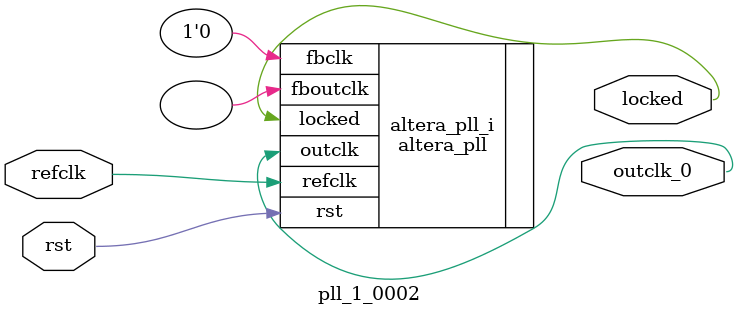
<source format=v>
`timescale 1ns/10ps
module  pll_1_0002(

	// interface 'refclk'
	input wire refclk,

	// interface 'reset'
	input wire rst,

	// interface 'outclk0'
	output wire outclk_0,

	// interface 'locked'
	output wire locked
);

	altera_pll #(
		.fractional_vco_multiplier("true"),
		.reference_clock_frequency("50.0 MHz"),
		.operation_mode("direct"),
		.number_of_clocks(1),
		.output_clock_frequency0("1.000000 MHz"),
		.phase_shift0("0 ps"),
		.duty_cycle0(50),
		.output_clock_frequency1("0 MHz"),
		.phase_shift1("0 ps"),
		.duty_cycle1(50),
		.output_clock_frequency2("0 MHz"),
		.phase_shift2("0 ps"),
		.duty_cycle2(50),
		.output_clock_frequency3("0 MHz"),
		.phase_shift3("0 ps"),
		.duty_cycle3(50),
		.output_clock_frequency4("0 MHz"),
		.phase_shift4("0 ps"),
		.duty_cycle4(50),
		.output_clock_frequency5("0 MHz"),
		.phase_shift5("0 ps"),
		.duty_cycle5(50),
		.output_clock_frequency6("0 MHz"),
		.phase_shift6("0 ps"),
		.duty_cycle6(50),
		.output_clock_frequency7("0 MHz"),
		.phase_shift7("0 ps"),
		.duty_cycle7(50),
		.output_clock_frequency8("0 MHz"),
		.phase_shift8("0 ps"),
		.duty_cycle8(50),
		.output_clock_frequency9("0 MHz"),
		.phase_shift9("0 ps"),
		.duty_cycle9(50),
		.output_clock_frequency10("0 MHz"),
		.phase_shift10("0 ps"),
		.duty_cycle10(50),
		.output_clock_frequency11("0 MHz"),
		.phase_shift11("0 ps"),
		.duty_cycle11(50),
		.output_clock_frequency12("0 MHz"),
		.phase_shift12("0 ps"),
		.duty_cycle12(50),
		.output_clock_frequency13("0 MHz"),
		.phase_shift13("0 ps"),
		.duty_cycle13(50),
		.output_clock_frequency14("0 MHz"),
		.phase_shift14("0 ps"),
		.duty_cycle14(50),
		.output_clock_frequency15("0 MHz"),
		.phase_shift15("0 ps"),
		.duty_cycle15(50),
		.output_clock_frequency16("0 MHz"),
		.phase_shift16("0 ps"),
		.duty_cycle16(50),
		.output_clock_frequency17("0 MHz"),
		.phase_shift17("0 ps"),
		.duty_cycle17(50),
		.pll_type("General"),
		.pll_subtype("General")
	) altera_pll_i (
		.rst	(rst),
		.outclk	({outclk_0}),
		.locked	(locked),
		.fboutclk	( ),
		.fbclk	(1'b0),
		.refclk	(refclk)
	);
endmodule


</source>
